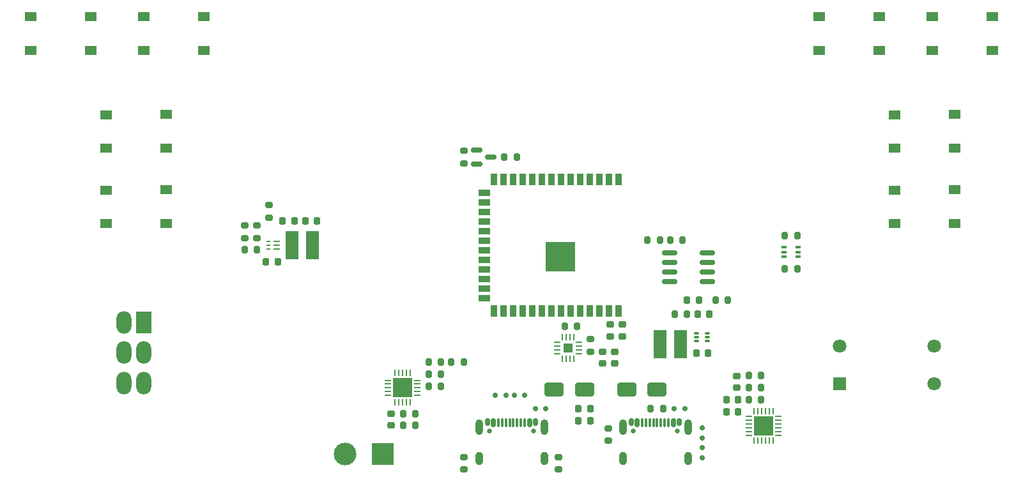
<source format=gbr>
%TF.GenerationSoftware,KiCad,Pcbnew,8.0.4*%
%TF.CreationDate,2024-09-02T08:00:42-07:00*%
%TF.ProjectId,Muffin,4d756666-696e-42e6-9b69-6361645f7063,rev?*%
%TF.SameCoordinates,Original*%
%TF.FileFunction,Soldermask,Bot*%
%TF.FilePolarity,Negative*%
%FSLAX46Y46*%
G04 Gerber Fmt 4.6, Leading zero omitted, Abs format (unit mm)*
G04 Created by KiCad (PCBNEW 8.0.4) date 2024-09-02 08:00:42*
%MOMM*%
%LPD*%
G01*
G04 APERTURE LIST*
G04 Aperture macros list*
%AMRoundRect*
0 Rectangle with rounded corners*
0 $1 Rounding radius*
0 $2 $3 $4 $5 $6 $7 $8 $9 X,Y pos of 4 corners*
0 Add a 4 corners polygon primitive as box body*
4,1,4,$2,$3,$4,$5,$6,$7,$8,$9,$2,$3,0*
0 Add four circle primitives for the rounded corners*
1,1,$1+$1,$2,$3*
1,1,$1+$1,$4,$5*
1,1,$1+$1,$6,$7*
1,1,$1+$1,$8,$9*
0 Add four rect primitives between the rounded corners*
20,1,$1+$1,$2,$3,$4,$5,0*
20,1,$1+$1,$4,$5,$6,$7,0*
20,1,$1+$1,$6,$7,$8,$9,0*
20,1,$1+$1,$8,$9,$2,$3,0*%
G04 Aperture macros list end*
%ADD10R,3.000000X3.000000*%
%ADD11C,3.000000*%
%ADD12RoundRect,0.100000X0.225000X0.100000X-0.225000X0.100000X-0.225000X-0.100000X0.225000X-0.100000X0*%
%ADD13R,1.600000X1.300000*%
%ADD14C,0.650000*%
%ADD15RoundRect,0.150000X0.150000X0.355000X-0.150000X0.355000X-0.150000X-0.355000X0.150000X-0.355000X0*%
%ADD16RoundRect,0.150000X0.150000X0.425000X-0.150000X0.425000X-0.150000X-0.425000X0.150000X-0.425000X0*%
%ADD17RoundRect,0.075000X0.075000X0.500000X-0.075000X0.500000X-0.075000X-0.500000X0.075000X-0.500000X0*%
%ADD18O,1.000000X1.800000*%
%ADD19O,1.000000X2.100000*%
%ADD20RoundRect,0.225000X0.225000X0.250000X-0.225000X0.250000X-0.225000X-0.250000X0.225000X-0.250000X0*%
%ADD21RoundRect,0.200000X-0.275000X0.200000X-0.275000X-0.200000X0.275000X-0.200000X0.275000X0.200000X0*%
%ADD22RoundRect,0.250000X-1.000000X-0.650000X1.000000X-0.650000X1.000000X0.650000X-1.000000X0.650000X0*%
%ADD23RoundRect,0.200000X0.275000X-0.200000X0.275000X0.200000X-0.275000X0.200000X-0.275000X-0.200000X0*%
%ADD24RoundRect,0.200000X-0.200000X-0.275000X0.200000X-0.275000X0.200000X0.275000X-0.200000X0.275000X0*%
%ADD25RoundRect,0.225000X-0.250000X0.225000X-0.250000X-0.225000X0.250000X-0.225000X0.250000X0.225000X0*%
%ADD26RoundRect,0.062500X-0.350000X-0.062500X0.350000X-0.062500X0.350000X0.062500X-0.350000X0.062500X0*%
%ADD27RoundRect,0.062500X-0.062500X-0.350000X0.062500X-0.350000X0.062500X0.350000X-0.062500X0.350000X0*%
%ADD28R,2.600000X2.600000*%
%ADD29RoundRect,0.062500X-0.062500X0.350000X-0.062500X-0.350000X0.062500X-0.350000X0.062500X0.350000X0*%
%ADD30RoundRect,0.062500X-0.350000X0.062500X-0.350000X-0.062500X0.350000X-0.062500X0.350000X0.062500X0*%
%ADD31R,2.500000X2.500000*%
%ADD32RoundRect,0.200000X0.200000X0.275000X-0.200000X0.275000X-0.200000X-0.275000X0.200000X-0.275000X0*%
%ADD33RoundRect,0.150000X-0.150000X-0.200000X0.150000X-0.200000X0.150000X0.200000X-0.150000X0.200000X0*%
%ADD34R,1.230000X1.230000*%
%ADD35O,0.600000X0.250000*%
%ADD36O,1.000000X0.250000*%
%ADD37RoundRect,0.225000X0.250000X-0.225000X0.250000X0.225000X-0.250000X0.225000X-0.250000X-0.225000X0*%
%ADD38RoundRect,0.150000X0.200000X-0.150000X0.200000X0.150000X-0.200000X0.150000X-0.200000X-0.150000X0*%
%ADD39RoundRect,0.250000X1.000000X0.650000X-1.000000X0.650000X-1.000000X-0.650000X1.000000X-0.650000X0*%
%ADD40RoundRect,0.150000X-0.587500X-0.150000X0.587500X-0.150000X0.587500X0.150000X-0.587500X0.150000X0*%
%ADD41R,0.900000X1.500000*%
%ADD42R,1.500000X0.900000*%
%ADD43R,3.900000X3.900000*%
%ADD44R,1.700000X3.700000*%
%ADD45R,1.800000X1.800000*%
%ADD46C,1.800000*%
%ADD47RoundRect,0.050000X0.285000X0.100000X-0.285000X0.100000X-0.285000X-0.100000X0.285000X-0.100000X0*%
%ADD48RoundRect,0.150000X-0.200000X0.150000X-0.200000X-0.150000X0.200000X-0.150000X0.200000X0.150000X0*%
%ADD49R,2.000000X3.000000*%
%ADD50O,2.000000X3.000000*%
%ADD51RoundRect,0.150000X0.150000X0.200000X-0.150000X0.200000X-0.150000X-0.200000X0.150000X-0.200000X0*%
%ADD52RoundRect,0.150000X0.825000X0.150000X-0.825000X0.150000X-0.825000X-0.150000X0.825000X-0.150000X0*%
%ADD53RoundRect,0.225000X-0.225000X-0.250000X0.225000X-0.250000X0.225000X0.250000X-0.225000X0.250000X0*%
G04 APERTURE END LIST*
D10*
%TO.C,J21*%
X105700000Y-110800000D03*
D11*
X100700000Y-110800000D03*
%TD*%
D12*
%TO.C,Q1*%
X160750000Y-83350000D03*
X160750000Y-84000000D03*
X160750000Y-84650000D03*
X158850000Y-84650000D03*
X158850000Y-84000000D03*
X158850000Y-83350000D03*
%TD*%
D13*
%TO.C,SW4*%
X59000000Y-57250000D03*
X67000000Y-57250000D03*
X59000000Y-52800000D03*
X67000000Y-52750000D03*
%TD*%
D14*
%TO.C,J13*%
X125640000Y-107695000D03*
X119860000Y-107695000D03*
D15*
X125950000Y-106550000D03*
D16*
X125150000Y-106620000D03*
D17*
X124000000Y-106620000D03*
X123000000Y-106620000D03*
X122500000Y-106620000D03*
X121500000Y-106620000D03*
D16*
X120350000Y-106620000D03*
D15*
X119550000Y-106550000D03*
X119550000Y-106550000D03*
D16*
X120350000Y-106620000D03*
D17*
X121000000Y-106620000D03*
X122000000Y-106620000D03*
X123500000Y-106620000D03*
X124500000Y-106620000D03*
D16*
X125150000Y-106620000D03*
D15*
X125950000Y-106550000D03*
D18*
X127070000Y-111375000D03*
D19*
X127070000Y-107195000D03*
D18*
X118430000Y-111375000D03*
D19*
X118430000Y-107195000D03*
%TD*%
D20*
%TO.C,C3*%
X152775000Y-105200000D03*
X151225000Y-105200000D03*
%TD*%
D21*
%TO.C,R2*%
X135600000Y-107375000D03*
X135600000Y-109025000D03*
%TD*%
D22*
%TO.C,D2*%
X138000000Y-102200000D03*
X142000000Y-102200000D03*
%TD*%
D23*
%TO.C,R25*%
X116400000Y-72225000D03*
X116400000Y-70575000D03*
%TD*%
D24*
%TO.C,R5*%
X154175000Y-102000000D03*
X155825000Y-102000000D03*
%TD*%
D21*
%TO.C,R33*%
X90600000Y-77775000D03*
X90600000Y-79425000D03*
%TD*%
D25*
%TO.C,C33*%
X136400000Y-97225000D03*
X136400000Y-98775000D03*
%TD*%
D24*
%TO.C,R41*%
X108375000Y-107000000D03*
X110025000Y-107000000D03*
%TD*%
D26*
%TO.C,U1*%
X154212500Y-108312500D03*
X154212500Y-107812500D03*
X154212500Y-107312500D03*
X154212500Y-106812500D03*
X154212500Y-106312500D03*
X154212500Y-105812500D03*
D27*
X154900000Y-105125000D03*
X155400000Y-105125000D03*
X155900000Y-105125000D03*
X156400000Y-105125000D03*
X156900000Y-105125000D03*
X157400000Y-105125000D03*
D26*
X158087500Y-105812500D03*
X158087500Y-106312500D03*
X158087500Y-106812500D03*
X158087500Y-107312500D03*
X158087500Y-107812500D03*
X158087500Y-108312500D03*
D27*
X157400000Y-109000000D03*
X156900000Y-109000000D03*
X156400000Y-109000000D03*
X155900000Y-109000000D03*
X155400000Y-109000000D03*
X154900000Y-109000000D03*
D28*
X156150000Y-107062500D03*
%TD*%
D29*
%TO.C,U10*%
X107337500Y-100062500D03*
X107837500Y-100062500D03*
X108337500Y-100062500D03*
X108837500Y-100062500D03*
X109337500Y-100062500D03*
D30*
X110275000Y-101000000D03*
X110275000Y-101500000D03*
X110275000Y-102000000D03*
X110275000Y-102500000D03*
X110275000Y-103000000D03*
D29*
X109337500Y-103937500D03*
X108837500Y-103937500D03*
X108337500Y-103937500D03*
X107837500Y-103937500D03*
X107337500Y-103937500D03*
D30*
X106400000Y-103000000D03*
X106400000Y-102500000D03*
X106400000Y-102000000D03*
X106400000Y-101500000D03*
X106400000Y-101000000D03*
D31*
X108337500Y-102000000D03*
%TD*%
D32*
%TO.C,R26*%
X123425000Y-71400000D03*
X121775000Y-71400000D03*
%TD*%
%TO.C,R39*%
X113425000Y-100200000D03*
X111775000Y-100200000D03*
%TD*%
D13*
%TO.C,SW2*%
X163500000Y-57250000D03*
X171500000Y-57250000D03*
X163500000Y-52800000D03*
X171500000Y-52750000D03*
%TD*%
D24*
%TO.C,R38*%
X108375000Y-105400000D03*
X110025000Y-105400000D03*
%TD*%
D13*
%TO.C,SW8*%
X173500000Y-80250000D03*
X181500000Y-80250000D03*
X173500000Y-75800000D03*
X181500000Y-75750000D03*
%TD*%
D24*
%TO.C,R27*%
X87375000Y-83700000D03*
X89025000Y-83700000D03*
%TD*%
D25*
%TO.C,C34*%
X134800000Y-97225000D03*
X134800000Y-98775000D03*
%TD*%
D33*
%TO.C,D7*%
X127300000Y-104800000D03*
X125900000Y-104800000D03*
%TD*%
D32*
%TO.C,R31*%
X146025000Y-92200000D03*
X144375000Y-92200000D03*
%TD*%
D24*
%TO.C,R6*%
X154175000Y-103600000D03*
X155825000Y-103600000D03*
%TD*%
%TO.C,R32*%
X149775000Y-90400000D03*
X151425000Y-90400000D03*
%TD*%
D29*
%TO.C,U13*%
X129500000Y-95272500D03*
X130000000Y-95272500D03*
X130500000Y-95272500D03*
X131000000Y-95272500D03*
D30*
X131687500Y-95960000D03*
X131687500Y-96460000D03*
X131687500Y-96960000D03*
X131687500Y-97460000D03*
D29*
X131000000Y-98147500D03*
X130500000Y-98147500D03*
X130000000Y-98147500D03*
X129500000Y-98147500D03*
D30*
X128812500Y-97460000D03*
X128812500Y-96960000D03*
X128812500Y-96460000D03*
X128812500Y-95960000D03*
D34*
X130250000Y-96710000D03*
%TD*%
D33*
%TO.C,D6*%
X124500000Y-103000000D03*
X123100000Y-103000000D03*
%TD*%
D25*
%TO.C,C15*%
X135800000Y-93625000D03*
X135800000Y-95175000D03*
%TD*%
D24*
%TO.C,R22*%
X140775000Y-82400000D03*
X142425000Y-82400000D03*
%TD*%
D20*
%TO.C,C36*%
X133175000Y-106400000D03*
X131625000Y-106400000D03*
%TD*%
D23*
%TO.C,R23*%
X129000000Y-112825000D03*
X129000000Y-111175000D03*
%TD*%
D35*
%TO.C,U7*%
X90550000Y-83600000D03*
X90550000Y-83100000D03*
X90550000Y-82600000D03*
D36*
X91650000Y-82600000D03*
X91650000Y-83100000D03*
X91650000Y-83600000D03*
%TD*%
D20*
%TO.C,C2*%
X152775000Y-103600000D03*
X151225000Y-103600000D03*
%TD*%
D23*
%TO.C,R24*%
X116400000Y-112825000D03*
X116400000Y-111175000D03*
%TD*%
D20*
%TO.C,C35*%
X133175000Y-104800000D03*
X131625000Y-104800000D03*
%TD*%
D37*
%TO.C,C1*%
X152600000Y-101975000D03*
X152600000Y-100425000D03*
%TD*%
D13*
%TO.C,SW7*%
X173500000Y-70250000D03*
X181500000Y-70250000D03*
X173500000Y-65800000D03*
X181500000Y-65750000D03*
%TD*%
D24*
%TO.C,RT2*%
X114775000Y-98600000D03*
X116425000Y-98600000D03*
%TD*%
%TO.C,R1*%
X141175000Y-104800000D03*
X142825000Y-104800000D03*
%TD*%
D13*
%TO.C,SW3*%
X74000000Y-57250000D03*
X82000000Y-57250000D03*
X74000000Y-52800000D03*
X82000000Y-52750000D03*
%TD*%
D38*
%TO.C,D3*%
X148000000Y-107300000D03*
X148000000Y-108700000D03*
%TD*%
D24*
%TO.C,RT1*%
X111775000Y-98600000D03*
X113425000Y-98600000D03*
%TD*%
D39*
%TO.C,D8*%
X132400000Y-102200000D03*
X128400000Y-102200000D03*
%TD*%
D20*
%TO.C,C19*%
X148775000Y-97400000D03*
X147225000Y-97400000D03*
%TD*%
D40*
%TO.C,Q2*%
X118125000Y-72350000D03*
X118125000Y-70450000D03*
X120000000Y-71400000D03*
%TD*%
D20*
%TO.C,C18*%
X91775000Y-85300000D03*
X90225000Y-85300000D03*
%TD*%
D23*
%TO.C,R44*%
X133200000Y-97225000D03*
X133200000Y-95575000D03*
%TD*%
D13*
%TO.C,SW6*%
X69000000Y-80250000D03*
X77000000Y-80250000D03*
X69000000Y-75800000D03*
X77000000Y-75750000D03*
%TD*%
D41*
%TO.C,U4*%
X136920000Y-91845606D03*
X135650000Y-91845606D03*
X134380000Y-91845606D03*
X133110000Y-91845606D03*
X131840000Y-91845606D03*
X130570000Y-91845606D03*
X129300000Y-91845606D03*
X128030000Y-91845606D03*
X126760000Y-91845606D03*
X125490000Y-91845606D03*
X124220000Y-91845606D03*
X122950000Y-91845606D03*
X121680000Y-91845606D03*
X120410000Y-91845606D03*
D42*
X119160000Y-90080606D03*
X119160000Y-88810606D03*
X119160000Y-87540606D03*
X119160000Y-86270606D03*
X119160000Y-85000606D03*
X119160000Y-83730606D03*
X119160000Y-82460606D03*
X119160000Y-81190606D03*
X119160000Y-79920606D03*
X119160000Y-78650606D03*
X119160000Y-77380606D03*
X119160000Y-76110606D03*
D41*
X120410000Y-74345606D03*
X121680000Y-74345606D03*
X122950000Y-74345606D03*
X124220000Y-74345606D03*
X125490000Y-74345606D03*
X126760000Y-74345606D03*
X128030000Y-74345606D03*
X129300000Y-74345606D03*
X130570000Y-74345606D03*
X131840000Y-74345606D03*
X133110000Y-74345606D03*
X134380000Y-74345606D03*
X135650000Y-74345606D03*
X136920000Y-74345606D03*
D43*
X129200000Y-84595606D03*
%TD*%
D32*
%TO.C,R40*%
X113425000Y-101800000D03*
X111775000Y-101800000D03*
%TD*%
%TO.C,R21*%
X145425000Y-82400000D03*
X143775000Y-82400000D03*
%TD*%
D44*
%TO.C,L2*%
X93650000Y-83100000D03*
X96350000Y-83100000D03*
%TD*%
D21*
%TO.C,R34*%
X89000000Y-80475000D03*
X89000000Y-82125000D03*
%TD*%
D25*
%TO.C,C14*%
X137400000Y-93625000D03*
X137400000Y-95175000D03*
%TD*%
D14*
%TO.C,J1*%
X144690000Y-107695000D03*
X138910000Y-107695000D03*
D15*
X145000000Y-106550000D03*
D16*
X144200000Y-106620000D03*
D17*
X143050000Y-106620000D03*
X142050000Y-106620000D03*
X141550000Y-106620000D03*
X140550000Y-106620000D03*
D16*
X139400000Y-106620000D03*
D15*
X138600000Y-106550000D03*
X138600000Y-106550000D03*
D16*
X139400000Y-106620000D03*
D17*
X140050000Y-106620000D03*
X141050000Y-106620000D03*
X142550000Y-106620000D03*
X143550000Y-106620000D03*
D16*
X144200000Y-106620000D03*
D15*
X145000000Y-106550000D03*
D18*
X146120000Y-111375000D03*
D19*
X146120000Y-107195000D03*
D18*
X137480000Y-111375000D03*
D19*
X137480000Y-107195000D03*
%TD*%
D45*
%TO.C,SW9*%
X166250000Y-101500000D03*
D46*
X178750000Y-101500000D03*
X166250000Y-96500000D03*
X178750000Y-96500000D03*
%TD*%
D47*
%TO.C,U8*%
X148740000Y-94800000D03*
X148740000Y-95300000D03*
X148740000Y-95800000D03*
X147260000Y-95800000D03*
X147260000Y-95300000D03*
X147260000Y-94800000D03*
%TD*%
D44*
%TO.C,L1*%
X142450000Y-96200000D03*
X145150000Y-96200000D03*
%TD*%
D20*
%TO.C,C22*%
X96975000Y-79900000D03*
X95425000Y-79900000D03*
%TD*%
D13*
%TO.C,SW5*%
X69000000Y-70250000D03*
X77000000Y-70250000D03*
X69000000Y-65800000D03*
X77000000Y-65750000D03*
%TD*%
D48*
%TO.C,D4*%
X148000000Y-111300000D03*
X148000000Y-109900000D03*
%TD*%
D49*
%TO.C,SW10*%
X74000000Y-93350000D03*
D50*
X74000000Y-97350000D03*
X74000000Y-101350000D03*
X71400000Y-101350000D03*
X71400000Y-97350000D03*
X71400000Y-93350000D03*
%TD*%
D51*
%TO.C,D5*%
X120600000Y-103000000D03*
X122000000Y-103000000D03*
%TD*%
D32*
%TO.C,R4*%
X160625000Y-81800000D03*
X158975000Y-81800000D03*
%TD*%
D52*
%TO.C,U5*%
X148675000Y-84095000D03*
X148675000Y-85365000D03*
X148675000Y-86635000D03*
X148675000Y-87905000D03*
X143725000Y-87905000D03*
X143725000Y-86635000D03*
X143725000Y-85365000D03*
X143725000Y-84095000D03*
%TD*%
D13*
%TO.C,SW1*%
X178500000Y-57250000D03*
X186500000Y-57250000D03*
X178500000Y-52800000D03*
X186500000Y-52750000D03*
%TD*%
D32*
%TO.C,R45*%
X131425000Y-93800000D03*
X129775000Y-93800000D03*
%TD*%
D53*
%TO.C,C23*%
X147425000Y-92200000D03*
X148975000Y-92200000D03*
%TD*%
D20*
%TO.C,C25*%
X147575000Y-90400000D03*
X146025000Y-90400000D03*
%TD*%
D24*
%TO.C,R7*%
X154175000Y-100400000D03*
X155825000Y-100400000D03*
%TD*%
D33*
%TO.C,D1*%
X145700000Y-104800000D03*
X144300000Y-104800000D03*
%TD*%
D24*
%TO.C,R3*%
X158975000Y-86200000D03*
X160625000Y-86200000D03*
%TD*%
D23*
%TO.C,R36*%
X87400000Y-82125000D03*
X87400000Y-80475000D03*
%TD*%
D20*
%TO.C,C24*%
X93975000Y-79900000D03*
X92425000Y-79900000D03*
%TD*%
D25*
%TO.C,C28*%
X106800000Y-105425000D03*
X106800000Y-106975000D03*
%TD*%
M02*

</source>
